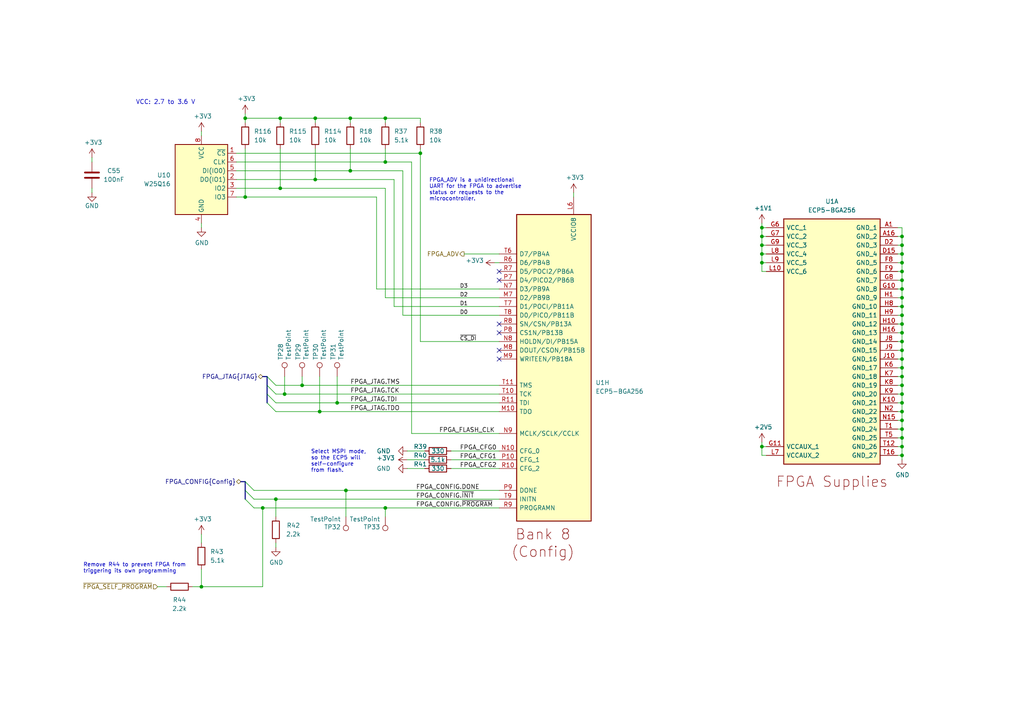
<source format=kicad_sch>
(kicad_sch (version 20230121) (generator eeschema)
  (paper "A4")
  (title_block (title "URTI Mainboard") (date "${DATE}") (rev "${VERSION}") (company "Copyright 2023 Great Scott Gadgets") (comment 1 "Licensed under the CERN-OHL-P v2"))
  (lib_symbols
    (symbol "Connector:TestPoint" (pin_numbers hide) (pin_names (offset 0.762) hide)
      (property "Reference" "TP" (at 0 6.858 0))
      (property "Value" "TestPoint" (at 0 5.08 0))
      (symbol "TestPoint_0_1"
        (circle (center 0 3.302) (radius 0.762))
      )
      (symbol "TestPoint_1_1"
        (pin passive line (at 0 0 90) (length 2.54) (name "1") (number "1"))
      )
    )
    (symbol "Device:C" (pin_numbers hide) (pin_names (offset 0.254))
      (property "Reference" "C" (at 0.635 2.54 0))
      (property "Value" "C" (at 0.635 -2.54 0))
      (symbol "C_0_1"
        (polyline (pts (xy -2.032 -0.762) (xy 2.032 -0.762)) (stroke (width 0.508)))
        (polyline (pts (xy -2.032 0.762) (xy 2.032 0.762)) (stroke (width 0.508)))
      )
      (symbol "C_1_1"
        (pin passive line (at 0 3.81 270) (length 2.794) (name "~") (number "1"))
        (pin passive line (at 0 -3.81 90) (length 2.794) (name "~") (number "2"))
      )
    )
    (symbol "Device:R" (pin_numbers hide) (pin_names (offset 0))
      (property "Reference" "R" (at 2.032 0 90))
      (property "Value" "R" (at 0 0 90))
      (symbol "R_0_1"
        (rectangle (start -1.016 -2.54) (end 1.016 2.54) (stroke (width 0.254)))
      )
      (symbol "R_1_1"
        (pin passive line (at 0 3.81 270) (length 1.27) (name "~") (number "1"))
        (pin passive line (at 0 -3.81 90) (length 1.27) (name "~") (number "2"))
      )
    )
    (symbol "Memory_Flash:W25Q32JVSS"
      (property "Reference" "U" (at -6.35 11.43 0))
      (property "Value" "W25Q32JVSS" (at 7.62 11.43 0))
      (symbol "W25Q32JVSS_0_1"
        (rectangle (start -7.62 10.16) (end 7.62 -10.16) (stroke (width 0.254)) (fill (type background)))
      )
      (symbol "W25Q32JVSS_1_1"
        (pin input line (at -10.16 7.62 0) (length 2.54) (name "~{CS}") (number "1"))
        (pin bidirectional line (at -10.16 0 0) (length 2.54) (name "DO(IO1)") (number "2"))
        (pin bidirectional line (at -10.16 -2.54 0) (length 2.54) (name "IO2") (number "3"))
        (pin power_in line (at 0 -12.7 90) (length 2.54) (name "GND") (number "4"))
        (pin bidirectional line (at -10.16 2.54 0) (length 2.54) (name "DI(IO0)") (number "5"))
        (pin input line (at -10.16 5.08 0) (length 2.54) (name "CLK") (number "6"))
        (pin bidirectional line (at -10.16 -5.08 0) (length 2.54) (name "IO3") (number "7"))
        (pin power_in line (at 0 12.7 270) (length 2.54) (name "VCC") (number "8"))
      )
    )
    (symbol "fpgas_and_processors:ECP5-BGA256" (pin_names (offset 0.762))
      (property "Reference" "U" (at -2.54 1.27 0))
      (property "Value" "ECP5-BGA256" (at 10.16 1.27 0))
      (symbol "ECP5-BGA256_1_0"
        (rectangle (start 5.08 0) (end 33.02 -71.12) (stroke (width 0.3048)) (fill (type background)))
      )
      (symbol "ECP5-BGA256_1_1"
        (text "FPGA Supplies" (at 19.05 -76.2 0) (effects (font (size 2.9972 2.9972))))
        (pin power_in line (at 38.1 -2.54 180) (length 5.08) (name "GND_1") (number "A1"))
        (pin power_in line (at 38.1 -5.08 180) (length 5.08) (name "GND_2") (number "A16"))
        (pin power_in line (at 38.1 -10.16 180) (length 5.08) (name "GND_4") (number "D15"))
        (pin power_in line (at 38.1 -7.62 180) (length 5.08) (name "GND_3") (number "D2"))
        (pin power_in line (at 38.1 -12.7 180) (length 5.08) (name "GND_5") (number "F8"))
        (pin power_in line (at 38.1 -15.24 180) (length 5.08) (name "GND_6") (number "F9"))
        (pin power_in line (at 38.1 -20.32 180) (length 5.08) (name "GND_8") (number "G10"))
        (pin power_in line (at 0 -66.04 0) (length 5.08) (name "VCCAUX_1") (number "G11"))
        (pin power_in line (at 0 -2.54 0) (length 5.08) (name "VCC_1") (number "G6"))
        (pin power_in line (at 0 -5.08 0) (length 5.08) (name "VCC_2") (number "G7"))
        (pin power_in line (at 38.1 -17.78 180) (length 5.08) (name "GND_7") (number "G8"))
        (pin power_in line (at 0 -7.62 0) (length 5.08) (name "VCC_3") (number "G9"))
        (pin power_in line (at 38.1 -22.86 180) (length 5.08) (name "GND_9") (number "H1"))
        (pin power_in line (at 38.1 -30.48 180) (length 5.08) (name "GND_12") (number "H10"))
        (pin power_in line (at 38.1 -33.02 180) (length 5.08) (name "GND_13") (number "H16"))
        (pin power_in line (at 38.1 -25.4 180) (length 5.08) (name "GND_10") (number "H8"))
        (pin power_in line (at 38.1 -27.94 180) (length 5.08) (name "GND_11") (number "H9"))
        (pin power_in line (at 38.1 -40.64 180) (length 5.08) (name "GND_16") (number "J10"))
        (pin power_in line (at 38.1 -35.56 180) (length 5.08) (name "GND_14") (number "J8"))
        (pin power_in line (at 38.1 -38.1 180) (length 5.08) (name "GND_15") (number "J9"))
        (pin power_in line (at 38.1 -53.34 180) (length 5.08) (name "GND_21") (number "K10"))
        (pin power_in line (at 38.1 -43.18 180) (length 5.08) (name "GND_17") (number "K6"))
        (pin power_in line (at 38.1 -45.72 180) (length 5.08) (name "GND_18") (number "K7"))
        (pin power_in line (at 38.1 -48.26 180) (length 5.08) (name "GND_19") (number "K8"))
        (pin power_in line (at 38.1 -50.8 180) (length 5.08) (name "GND_20") (number "K9"))
        (pin power_in line (at 0 -15.24 0) (length 5.08) (name "VCC_6") (number "L10"))
        (pin power_in line (at 0 -68.58 0) (length 5.08) (name "VCCAUX_2") (number "L7"))
        (pin power_in line (at 0 -10.16 0) (length 5.08) (name "VCC_4") (number "L8"))
        (pin power_in line (at 0 -12.7 0) (length 5.08) (name "VCC_5") (number "L9"))
        (pin power_in line (at 38.1 -58.42 180) (length 5.08) (name "GND_23") (number "N15"))
        (pin power_in line (at 38.1 -55.88 180) (length 5.08) (name "GND_22") (number "N2"))
        (pin power_in line (at 38.1 -60.96 180) (length 5.08) (name "GND_24") (number "T1"))
        (pin power_in line (at 38.1 -66.04 180) (length 5.08) (name "GND_26") (number "T12"))
        (pin power_in line (at 38.1 -68.58 180) (length 5.08) (name "GND_27") (number "T16"))
        (pin power_in line (at 38.1 -63.5 180) (length 5.08) (name "GND_25") (number "T5"))
      )
      (symbol "ECP5-BGA256_2_1"
        (rectangle (start 0 0) (end 19.05 -74.93) (stroke (width 0.3048)) (fill (type background)))
        (text "Bank 0" (at 10.16 -78.74 0) (effects (font (size 2.9972 2.9972))))
        (pin bidirectional line (at 24.13 -11.43 180) (length 5.08) (name "PT4A") (number "A2"))
        (pin bidirectional line (at 24.13 -16.51 180) (length 5.08) (name "PT6A") (number "A3"))
        (pin bidirectional line (at 24.13 -19.05 180) (length 5.08) (name "PT6B") (number "A4"))
        (pin bidirectional line (at 24.13 -43.18 180) (length 5.08) (name "PT18A") (number "A5"))
        (pin bidirectional line (at 24.13 -45.72 180) (length 5.08) (name "PT18B") (number "A6"))
        (pin bidirectional line (at 24.13 -68.58 180) (length 5.08) (name "PT29A") (number "A7"))
        (pin bidirectional line (at 24.13 -71.12 180) (length 5.08) (name "PT29B") (number "A8"))
        (pin bidirectional line (at 24.13 -13.97 180) (length 5.08) (name "PT4B") (number "B3"))
        (pin bidirectional line (at 24.13 -29.21 180) (length 5.08) (name "PT11B") (number "B4"))
        (pin bidirectional line (at 24.13 -39.37 180) (length 5.08) (name "PT15B") (number "B5"))
        (pin bidirectional line (at 24.13 -55.88 180) (length 5.08) (name "PT22B") (number "B6"))
        (pin bidirectional line (at 24.13 -66.04 180) (length 5.08) (name "PT27B") (number "B7"))
        (pin bidirectional line (at 24.13 -26.67 180) (length 5.08) (name "PT11A") (number "C4"))
        (pin bidirectional line (at 24.13 -36.83 180) (length 5.08) (name "PT15A") (number "C5"))
        (pin bidirectional line (at 24.13 -53.34 180) (length 5.08) (name "PT22A") (number "C6"))
        (pin bidirectional line (at 24.13 -63.5 180) (length 5.08) (name "PT27A") (number "C7"))
        (pin bidirectional line (at 24.13 -24.13 180) (length 5.08) (name "PT9B") (number "D4"))
        (pin bidirectional line (at 24.13 -34.29 180) (length 5.08) (name "PT13B") (number "D5"))
        (pin bidirectional line (at 24.13 -50.8 180) (length 5.08) (name "PT20B") (number "D6"))
        (pin bidirectional line (at 24.13 -60.96 180) (length 5.08) (name "PT24B") (number "D7"))
        (pin bidirectional line (at 24.13 -21.59 180) (length 5.08) (name "PT9A") (number "E4"))
        (pin bidirectional line (at 24.13 -31.75 180) (length 5.08) (name "PT13A") (number "E5"))
        (pin bidirectional line (at 24.13 -48.26 180) (length 5.08) (name "PT20A") (number "E6"))
        (pin bidirectional line (at 24.13 -58.42 180) (length 5.08) (name "PT24A") (number "E7"))
        (pin power_in line (at 7.62 5.08 270) (length 5.08) (name "VCCIO0_1") (number "F6"))
        (pin power_in line (at 5.08 5.08 270) (length 5.08) (name "VCCIO0_2") (number "F7"))
      )
      (symbol "ECP5-BGA256_3_0"
        (rectangle (start 0 0) (end 21.59 -93.98) (stroke (width 0.3048)) (fill (type background)))
      )
      (symbol "ECP5-BGA256_3_1"
        (text "Bank 1" (at 8.89 -96.52 0) (effects (font (size 2.9972 2.9972))))
        (pin bidirectional line (at 26.67 -34.29 180) (length 5.08) (name "PT42B") (number "A10"))
        (pin bidirectional line (at 26.67 -57.15 180) (length 5.08) (name "PT53A") (number "A11"))
        (pin bidirectional line (at 26.67 -59.69 180) (length 5.08) (name "PT53B") (number "A12"))
        (pin bidirectional line (at 26.67 -82.55 180) (length 5.08) (name "PT65A") (number "A13"))
        (pin bidirectional line (at 26.67 -85.09 180) (length 5.08) (name "PT65B") (number "A14"))
        (pin bidirectional line (at 26.67 -90.17 180) (length 5.08) (name "PT67B") (number "A15"))
        (pin bidirectional line (at 26.67 -31.75 180) (length 5.08) (name "PT42A") (number "A9"))
        (pin bidirectional line (at 26.67 -36.83 180) (length 5.08) (name "PT44A") (number "B10"))
        (pin bidirectional line (at 26.67 -46.99 180) (length 5.08) (name "PT49A") (number "B11"))
        (pin bidirectional line (at 26.67 -62.23 180) (length 5.08) (name "PT56A") (number "B12"))
        (pin bidirectional line (at 26.67 -72.39 180) (length 5.08) (name "PT60A") (number "B13"))
        (pin bidirectional line (at 26.67 -87.63 180) (length 5.08) (name "PT67A") (number "B14"))
        (pin bidirectional line (at 26.67 -19.05 180) (length 5.08) (name "PT35B") (number "B8"))
        (pin bidirectional line (at 26.67 -21.59 180) (length 5.08) (name "PT38A") (number "B9"))
        (pin bidirectional line (at 26.67 -39.37 180) (length 5.08) (name "PT44B") (number "C10"))
        (pin bidirectional line (at 26.67 -49.53 180) (length 5.08) (name "PT49B") (number "C11"))
        (pin bidirectional line (at 26.67 -64.77 180) (length 5.08) (name "PT56B") (number "C12"))
        (pin bidirectional line (at 26.67 -74.93 180) (length 5.08) (name "PT60B") (number "C13"))
        (pin bidirectional line (at 26.67 -16.51 180) (length 5.08) (name "PT35A") (number "C8"))
        (pin bidirectional line (at 26.67 -24.13 180) (length 5.08) (name "PT38B") (number "C9"))
        (pin bidirectional line (at 26.67 -41.91 180) (length 5.08) (name "PT47A") (number "D10"))
        (pin bidirectional line (at 26.67 -52.07 180) (length 5.08) (name "PT51A") (number "D11"))
        (pin bidirectional line (at 26.67 -67.31 180) (length 5.08) (name "PT58A") (number "D12"))
        (pin bidirectional line (at 26.67 -77.47 180) (length 5.08) (name "PT62A") (number "D13"))
        (pin bidirectional line (at 26.67 -13.97 180) (length 5.08) (name "PT33B") (number "D8"))
        (pin bidirectional line (at 26.67 -26.67 180) (length 5.08) (name "PT40A") (number "D9"))
        (pin bidirectional line (at 26.67 -44.45 180) (length 5.08) (name "PT47B") (number "E10"))
        (pin bidirectional line (at 26.67 -54.61 180) (length 5.08) (name "PT51B") (number "E11"))
        (pin bidirectional line (at 26.67 -69.85 180) (length 5.08) (name "PT58B") (number "E12"))
        (pin bidirectional line (at 26.67 -80.01 180) (length 5.08) (name "PT62B") (number "E13"))
        (pin bidirectional line (at 26.67 -11.43 180) (length 5.08) (name "PT33A") (number "E8"))
        (pin bidirectional line (at 26.67 -29.21 180) (length 5.08) (name "PT40B") (number "E9"))
        (pin power_in line (at 6.35 5.08 270) (length 5.08) (name "VCCIO1_1") (number "F10"))
        (pin power_in line (at 3.81 5.08 270) (length 5.08) (name "VCCIO1_2") (number "F11"))
      )
      (symbol "ECP5-BGA256_4_1"
        (rectangle (start 0 0) (end 19.05 -93.98) (stroke (width 0.3048)) (fill (type background)))
        (text "Bank 2" (at 10.16 -97.79 0) (effects (font (size 2.9972 2.9972))))
        (pin bidirectional line (at 24.13 -13.97 180) (length 5.08) (name "PR2B") (number "B15"))
        (pin bidirectional line (at 24.13 -11.43 180) (length 5.08) (name "PR2A") (number "B16"))
        (pin bidirectional line (at 24.13 -16.51 180) (length 5.08) (name "PR2C") (number "C14"))
        (pin bidirectional line (at 24.13 -24.13 180) (length 5.08) (name "PR5B") (number "C15"))
        (pin bidirectional line (at 24.13 -21.59 180) (length 5.08) (name "PR5A") (number "C16"))
        (pin bidirectional line (at 24.13 -19.05 180) (length 5.08) (name "PR2D") (number "D14"))
        (pin bidirectional line (at 24.13 -31.75 180) (length 5.08) (name "PR8A") (number "D16"))
        (pin bidirectional line (at 24.13 -26.67 180) (length 5.08) (name "PR5C") (number "E14"))
        (pin bidirectional line (at 24.13 -34.29 180) (length 5.08) (name "PR8B") (number "E15"))
        (pin bidirectional line (at 24.13 -49.53 180) (length 5.08) (name "PR11D") (number "E16"))
        (pin bidirectional line (at 24.13 -39.37 180) (length 5.08) (name "PR8D") (number "F12"))
        (pin bidirectional line (at 24.13 -36.83 180) (length 5.08) (name "PR8C") (number "F13"))
        (pin bidirectional line (at 24.13 -29.21 180) (length 5.08) (name "PR5D") (number "F14"))
        (pin bidirectional line (at 24.13 -46.99 180) (length 5.08) (name "PR11C") (number "F15"))
        (pin bidirectional line (at 24.13 -52.07 180) (length 5.08) (name "PR14A") (number "F16"))
        (pin bidirectional line (at 24.13 -41.91 180) (length 5.08) (name "PR11A") (number "G12"))
        (pin bidirectional line (at 24.13 -44.45 180) (length 5.08) (name "PR11B") (number "G13"))
        (pin bidirectional line (at 24.13 -57.15 180) (length 5.08) (name "PR14C") (number "G14"))
        (pin bidirectional line (at 24.13 -54.61 180) (length 5.08) (name "PR14B") (number "G15"))
        (pin bidirectional line (at 24.13 -72.39 180) (length 5.08) (name "PR20A") (number "G16"))
        (pin power_in line (at 3.81 5.08 270) (length 5.08) (name "VCCIO2_1") (number "H11"))
        (pin bidirectional line (at 24.13 -62.23 180) (length 5.08) (name "PR17A") (number "H12"))
        (pin bidirectional line (at 24.13 -64.77 180) (length 5.08) (name "PR17B") (number "H13"))
        (pin bidirectional line (at 24.13 -59.69 180) (length 5.08) (name "PR14D") (number "H14"))
        (pin bidirectional line (at 24.13 -74.93 180) (length 5.08) (name "PR20B") (number "H15"))
        (pin power_in line (at 6.35 5.08 270) (length 5.08) (name "VCCIO2_2") (number "J11"))
        (pin bidirectional line (at 24.13 -69.85 180) (length 5.08) (name "PR17D") (number "J12"))
        (pin bidirectional line (at 24.13 -67.31 180) (length 5.08) (name "PR17C") (number "J13"))
        (pin bidirectional line (at 24.13 -77.47 180) (length 5.08) (name "PR20C") (number "J14"))
        (pin bidirectional line (at 24.13 -85.09 180) (length 5.08) (name "PR23B") (number "J15"))
        (pin bidirectional line (at 24.13 -82.55 180) (length 5.08) (name "PR23A") (number "J16"))
        (pin bidirectional line (at 24.13 -80.01 180) (length 5.08) (name "PR20D") (number "K14"))
        (pin bidirectional line (at 24.13 -90.17 180) (length 5.08) (name "PR23D") (number "K15"))
        (pin bidirectional line (at 24.13 -87.63 180) (length 5.08) (name "PR23C") (number "K16"))
      )
      (symbol "ECP5-BGA256_5_0"
        (rectangle (start 0 0) (end 20.32 -91.44) (stroke (width 0.3048)) (fill (type background)))
      )
      (symbol "ECP5-BGA256_5_1"
        (text "Bank 3" (at 15.24 -96.52 0) (effects (font (size 2.9972 2.9972))))
        (pin power_in line (at 3.81 5.08 270) (length 5.08) (name "VCCIO3_1") (number "K11"))
        (pin bidirectional line (at 25.4 -22.86 180) (length 5.08) (name "PR29B") (number "K12"))
        (pin bidirectional line (at 25.4 -20.32 180) (length 5.08) (name "PR29A") (number "K13"))
        (pin power_in line (at 6.35 5.08 270) (length 5.08) (name "VCCIO3_2") (number "L11"))
        (pin bidirectional line (at 25.4 -27.94 180) (length 5.08) (name "PR29D") (number "L12"))
        (pin bidirectional line (at 25.4 -25.4 180) (length 5.08) (name "PR29C") (number "L13"))
        (pin bidirectional line (at 25.4 -35.56 180) (length 5.08) (name "PR32C") (number "L14"))
        (pin bidirectional line (at 25.4 -12.7 180) (length 5.08) (name "PR26B") (number "L15"))
        (pin bidirectional line (at 25.4 -10.16 180) (length 5.08) (name "PR26A") (number "L16"))
        (pin bidirectional line (at 25.4 -81.28 180) (length 5.08) (name "PR47A") (number "M11"))
        (pin bidirectional line (at 25.4 -76.2 180) (length 5.08) (name "PR44C") (number "M12"))
        (pin bidirectional line (at 25.4 -45.72 180) (length 5.08) (name "PR35C") (number "M13"))
        (pin bidirectional line (at 25.4 -38.1 180) (length 5.08) (name "PR32D") (number "M14"))
        (pin bidirectional line (at 25.4 -17.78 180) (length 5.08) (name "PR26D") (number "M15"))
        (pin bidirectional line (at 25.4 -15.24 180) (length 5.08) (name "PR26C") (number "M16"))
        (pin bidirectional line (at 25.4 -83.82 180) (length 5.08) (name "PR47B") (number "N11"))
        (pin bidirectional line (at 25.4 -78.74 180) (length 5.08) (name "PR44D") (number "N12"))
        (pin bidirectional line (at 25.4 -50.8 180) (length 5.08) (name "PR38A") (number "N13"))
        (pin bidirectional line (at 25.4 -48.26 180) (length 5.08) (name "PR35D") (number "N14"))
        (pin bidirectional line (at 25.4 -30.48 180) (length 5.08) (name "PR32A") (number "N16"))
        (pin bidirectional line (at 25.4 -86.36 180) (length 5.08) (name "PR47C") (number "P11"))
        (pin bidirectional line (at 25.4 -88.9 180) (length 5.08) (name "PR47D") (number "P12"))
        (pin bidirectional line (at 25.4 -60.96 180) (length 5.08) (name "PR41A") (number "P13"))
        (pin bidirectional line (at 25.4 -53.34 180) (length 5.08) (name "PR38B") (number "P14"))
        (pin bidirectional line (at 25.4 -33.02 180) (length 5.08) (name "PR32B") (number "P15"))
        (pin bidirectional line (at 25.4 -40.64 180) (length 5.08) (name "PR35A") (number "P16"))
        (pin bidirectional line (at 25.4 -71.12 180) (length 5.08) (name "PR44A") (number "R12"))
        (pin bidirectional line (at 25.4 -66.04 180) (length 5.08) (name "PR41C") (number "R13"))
        (pin bidirectional line (at 25.4 -63.5 180) (length 5.08) (name "PR41B") (number "R14"))
        (pin bidirectional line (at 25.4 -55.88 180) (length 5.08) (name "PR38C") (number "R15"))
        (pin bidirectional line (at 25.4 -43.18 180) (length 5.08) (name "PR35B") (number "R16"))
        (pin bidirectional line (at 25.4 -73.66 180) (length 5.08) (name "PR44B") (number "T13"))
        (pin bidirectional line (at 25.4 -68.58 180) (length 5.08) (name "PR41D") (number "T14"))
        (pin bidirectional line (at 25.4 -58.42 180) (length 5.08) (name "PR38D") (number "T15"))
      )
      (symbol "ECP5-BGA256_6_1"
        (rectangle (start 0 0) (end 19.05 -106.68) (stroke (width 0.3048)) (fill (type background)))
        (text "Bank 6" (at 11.43 -110.49 0) (effects (font (size 2.9972 2.9972))))
        (pin power_in line (at 3.81 5.08 270) (length 5.08) (name "VCCIO6_1") (number "J6"))
        (pin power_in line (at 6.35 5.08 270) (length 5.08) (name "VCCIO6_2") (number "J7"))
        (pin bidirectional line (at 24.13 -25.4 180) (length 5.08) (name "PL29A") (number "K4"))
        (pin bidirectional line (at 24.13 -27.94 180) (length 5.08) (name "PL29B") (number "K5"))
        (pin bidirectional line (at 24.13 -13.97 180) (length 5.08) (name "PL26A") (number "L1"))
        (pin bidirectional line (at 24.13 -16.51 180) (length 5.08) (name "PL26B") (number "L2"))
        (pin bidirectional line (at 24.13 -41.91 180) (length 5.08) (name "PL32C") (number "L3"))
        (pin bidirectional line (at 24.13 -30.48 180) (length 5.08) (name "PL29C") (number "L4"))
        (pin bidirectional line (at 24.13 -33.02 180) (length 5.08) (name "PL29D") (number "L5"))
        (pin bidirectional line (at 24.13 -19.05 180) (length 5.08) (name "PL26C") (number "M1"))
        (pin bidirectional line (at 24.13 -21.59 180) (length 5.08) (name "PL26D") (number "M2"))
        (pin bidirectional line (at 24.13 -44.45 180) (length 5.08) (name "PL32D") (number "M3"))
        (pin bidirectional line (at 24.13 -53.34 180) (length 5.08) (name "PL35C") (number "M4"))
        (pin bidirectional line (at 24.13 -78.74 180) (length 5.08) (name "PL44C") (number "M5"))
        (pin bidirectional line (at 24.13 -96.52 180) (length 5.08) (name "PL47A") (number "M6"))
        (pin bidirectional line (at 24.13 -36.83 180) (length 5.08) (name "PL32A") (number "N1"))
        (pin bidirectional line (at 24.13 -55.88 180) (length 5.08) (name "PL35D") (number "N3"))
        (pin bidirectional line (at 24.13 -60.96 180) (length 5.08) (name "PL38A") (number "N4"))
        (pin bidirectional line (at 24.13 -81.28 180) (length 5.08) (name "PL44D") (number "N5"))
        (pin bidirectional line (at 24.13 -99.06 180) (length 5.08) (name "PL47B") (number "N6"))
        (pin bidirectional line (at 24.13 -48.26 180) (length 5.08) (name "PL35A") (number "P1"))
        (pin bidirectional line (at 24.13 -39.37 180) (length 5.08) (name "PL32B") (number "P2"))
        (pin bidirectional line (at 24.13 -63.5 180) (length 5.08) (name "PL38B") (number "P3"))
        (pin bidirectional line (at 24.13 -85.09 180) (length 5.08) (name "PL41A") (number "P4"))
        (pin bidirectional line (at 24.13 -101.6 180) (length 5.08) (name "PL47D") (number "P5"))
        (pin bidirectional line (at 24.13 -104.14 180) (length 5.08) (name "PL47C") (number "P6"))
        (pin bidirectional line (at 24.13 -50.8 180) (length 5.08) (name "PL35B") (number "R1"))
        (pin bidirectional line (at 24.13 -66.04 180) (length 5.08) (name "PL38C") (number "R2"))
        (pin bidirectional line (at 24.13 -87.63 180) (length 5.08) (name "PL41B") (number "R3"))
        (pin bidirectional line (at 24.13 -90.17 180) (length 5.08) (name "PL41C") (number "R4"))
        (pin bidirectional line (at 24.13 -73.66 180) (length 5.08) (name "PL44A") (number "R5"))
        (pin bidirectional line (at 24.13 -68.58 180) (length 5.08) (name "PL38D") (number "T2"))
        (pin bidirectional line (at 24.13 -92.71 180) (length 5.08) (name "PL41D") (number "T3"))
        (pin bidirectional line (at 24.13 -76.2 180) (length 5.08) (name "PL44B") (number "T4"))
      )
      (symbol "ECP5-BGA256_7_1"
        (rectangle (start 0 0) (end 20.32 -109.22) (stroke (width 0.3048)) (fill (type background)))
        (text "Bank 7" (at 12.7 -113.03 0) (effects (font (size 2.9972 2.9972))))
        (pin bidirectional line (at 25.4 -10.16 180) (length 5.08) (name "PL2A") (number "B1"))
        (pin bidirectional line (at 25.4 -12.7 180) (length 5.08) (name "PL2B") (number "B2"))
        (pin bidirectional line (at 25.4 -22.86 180) (length 5.08) (name "PL5A") (number "C1"))
        (pin bidirectional line (at 25.4 -25.4 180) (length 5.08) (name "PL5B") (number "C2"))
        (pin bidirectional line (at 25.4 -15.24 180) (length 5.08) (name "PL2C") (number "C3"))
        (pin bidirectional line (at 25.4 -35.56 180) (length 5.08) (name "PL8A") (number "D1"))
        (pin bidirectional line (at 25.4 -17.78 180) (length 5.08) (name "PL2D") (number "D3"))
        (pin bidirectional line (at 25.4 -54.61 180) (length 5.08) (name "PL11D") (number "E1"))
        (pin bidirectional line (at 25.4 -38.1 180) (length 5.08) (name "PL8B") (number "E2"))
        (pin bidirectional line (at 25.4 -27.94 180) (length 5.08) (name "PL5C") (number "E3"))
        (pin bidirectional line (at 25.4 -59.69 180) (length 5.08) (name "PL14A") (number "F1"))
        (pin bidirectional line (at 25.4 -52.07 180) (length 5.08) (name "PL11C") (number "F2"))
        (pin bidirectional line (at 25.4 -30.48 180) (length 5.08) (name "PL5D") (number "F3"))
        (pin bidirectional line (at 25.4 -40.64 180) (length 5.08) (name "PL8C") (number "F4"))
        (pin bidirectional line (at 25.4 -43.18 180) (length 5.08) (name "PL8D") (number "F5"))
        (pin bidirectional line (at 25.4 -82.55 180) (length 5.08) (name "PL20A") (number "G1"))
        (pin bidirectional line (at 25.4 -62.23 180) (length 5.08) (name "PL14B") (number "G2"))
        (pin bidirectional line (at 25.4 -64.77 180) (length 5.08) (name "PL14C") (number "G3"))
        (pin bidirectional line (at 25.4 -49.53 180) (length 5.08) (name "PL11B") (number "G4"))
        (pin bidirectional line (at 25.4 -46.99 180) (length 5.08) (name "PL11A") (number "G5"))
        (pin bidirectional line (at 25.4 -85.09 180) (length 5.08) (name "PL20B") (number "H2"))
        (pin bidirectional line (at 25.4 -67.31 180) (length 5.08) (name "PL14D") (number "H3"))
        (pin bidirectional line (at 25.4 -73.66 180) (length 5.08) (name "PL17B") (number "H4"))
        (pin bidirectional line (at 25.4 -71.12 180) (length 5.08) (name "PL17A") (number "H5"))
        (pin power_in line (at 7.62 5.08 270) (length 5.08) (name "VCCIO7_1") (number "H6"))
        (pin power_in line (at 5.08 5.08 270) (length 5.08) (name "VCCIO7_2") (number "H7"))
        (pin bidirectional line (at 25.4 -95.25 180) (length 5.08) (name "PL23A") (number "J1"))
        (pin bidirectional line (at 25.4 -97.79 180) (length 5.08) (name "PL23B") (number "J2"))
        (pin bidirectional line (at 25.4 -87.63 180) (length 5.08) (name "PL20C") (number "J3"))
        (pin bidirectional line (at 25.4 -76.2 180) (length 5.08) (name "PL17C") (number "J4"))
        (pin bidirectional line (at 25.4 -78.74 180) (length 5.08) (name "PL17D") (number "J5"))
        (pin bidirectional line (at 25.4 -100.33 180) (length 5.08) (name "PL23C") (number "K1"))
        (pin bidirectional line (at 25.4 -102.87 180) (length 5.08) (name "PL23D") (number "K2"))
        (pin bidirectional line (at 25.4 -90.17 180) (length 5.08) (name "PL20D") (number "K3"))
      )
      (symbol "ECP5-BGA256_8_0"
        (text "(Config)" (at 13.97 -97.79 0) (effects (font (size 2.9972 2.9972))))
        (text "Bank 8" (at 13.97 -92.71 0) (effects (font (size 2.9972 2.9972))))
      )
      (symbol "ECP5-BGA256_8_1"
        (rectangle (start 0 0) (end 21.59 -88.9) (stroke (width 0.3048)) (fill (type background)))
        (pin power_in line (at 5.08 5.08 270) (length 5.08) (name "VCCIO8") (number "L6"))
        (pin output line (at 26.67 -57.15 180) (length 5.08) (name "TDO") (number "M10"))
        (pin bidirectional line (at 26.67 -24.13 180) (length 5.08) (name "D2/PB9B") (number "M7"))
        (pin bidirectional line (at 26.67 -39.37 180) (length 5.08) (name "DOUT/CSON/PB15B") (number "M8"))
        (pin bidirectional line (at 26.67 -41.91 180) (length 5.08) (name "WRITEEN/PB18A") (number "M9"))
        (pin input line (at 26.67 -68.58 180) (length 5.08) (name "CFG_0") (number "N10"))
        (pin bidirectional line (at 26.67 -21.59 180) (length 5.08) (name "D3/PB9A") (number "N7"))
        (pin bidirectional line (at 26.67 -36.83 180) (length 5.08) (name "HOLDN/DI/PB15A") (number "N8"))
        (pin bidirectional line (at 26.67 -63.5 180) (length 5.08) (name "MCLK/SCLK/CCLK") (number "N9"))
        (pin input line (at 26.67 -71.12 180) (length 5.08) (name "CFG_1") (number "P10"))
        (pin bidirectional line (at 26.67 -19.05 180) (length 5.08) (name "D4/PICO2/PB6B") (number "P7"))
        (pin bidirectional line (at 26.67 -34.29 180) (length 5.08) (name "CS1N/PB13B") (number "P8"))
        (pin bidirectional line (at 26.67 -80.01 180) (length 5.08) (name "DONE") (number "P9"))
        (pin input line (at 26.67 -73.66 180) (length 5.08) (name "CFG_2") (number "R10"))
        (pin input line (at 26.67 -54.61 180) (length 5.08) (name "TDI") (number "R11"))
        (pin bidirectional line (at 26.67 -13.97 180) (length 5.08) (name "D6/PB4B") (number "R6"))
        (pin bidirectional line (at 26.67 -16.51 180) (length 5.08) (name "D5/POCI2/PB6A") (number "R7"))
        (pin bidirectional line (at 26.67 -31.75 180) (length 5.08) (name "SN/CSN/PB13A") (number "R8"))
        (pin bidirectional line (at 26.67 -85.09 180) (length 5.08) (name "PROGRAMN") (number "R9"))
        (pin input line (at 26.67 -52.07 180) (length 5.08) (name "TCK") (number "T10"))
        (pin input line (at 26.67 -49.53 180) (length 5.08) (name "TMS") (number "T11"))
        (pin bidirectional line (at 26.67 -11.43 180) (length 5.08) (name "D7/PB4A") (number "T6"))
        (pin bidirectional line (at 26.67 -26.67 180) (length 5.08) (name "D1/POCI/PB11A") (number "T7"))
        (pin bidirectional line (at 26.67 -29.21 180) (length 5.08) (name "D0/PICO/PB11B") (number "T8"))
        (pin bidirectional line (at 26.67 -82.55 180) (length 5.08) (name "INITN") (number "T9"))
      )
    )
    (symbol "power:+1V1" (power) (pin_names (offset 0))
      (property "Value" "+1V1" (at 0 3.556 0))
      (symbol "+1V1_0_1"
        (polyline (pts (xy -0.762 1.27) (xy 0 2.54)))
        (polyline (pts (xy 0 0) (xy 0 2.54)))
        (polyline (pts (xy 0 2.54) (xy 0.762 1.27)))
      )
      (symbol "+1V1_1_1"
        (pin power_in line (at 0 0 90) (length 0) hide (name "+1V1") (number "1"))
      )
    )
    (symbol "power:+2V5" (power) (pin_names (offset 0))
      (property "Value" "+2V5" (at 0 3.556 0))
      (symbol "+2V5_0_1"
        (polyline (pts (xy -0.762 1.27) (xy 0 2.54)))
        (polyline (pts (xy 0 0) (xy 0 2.54)))
        (polyline (pts (xy 0 2.54) (xy 0.762 1.27)))
      )
      (symbol "+2V5_1_1"
        (pin power_in line (at 0 0 90) (length 0) hide (name "+2V5") (number "1"))
      )
    )
    (symbol "power:+3V3" (power) (pin_names (offset 0))
      (property "Value" "+3V3" (at 0 3.556 0))
      (symbol "+3V3_0_1"
        (polyline (pts (xy -0.762 1.27) (xy 0 2.54)))
        (polyline (pts (xy 0 0) (xy 0 2.54)))
        (polyline (pts (xy 0 2.54) (xy 0.762 1.27)))
      )
      (symbol "+3V3_1_1"
        (pin power_in line (at 0 0 90) (length 0) hide (name "+3V3") (number "1"))
      )
    )
    (symbol "power:GND" (power) (pin_names (offset 0))
      (property "Value" "GND" (at 0 -3.81 0))
      (symbol "GND_0_1"
        (polyline (pts (xy 0 0) (xy 0 -1.27) (xy 1.27 -1.27) (xy 0 -2.54) (xy -1.27 -1.27) (xy 0 -1.27)))
      )
      (symbol "GND_1_1"
        (pin power_in line (at 0 0 270) (length 0) hide (name "GND") (number "1"))
      )
    )
  )
  (bus_alias "Config" (members "DONE" "~{INIT}" "~{PROGRAM}"))
  (junction (at 220.98 76.2))
  (junction (at 81.28 54.61))
  (junction (at 261.62 111.76))
  (junction (at 261.62 132.08))
  (junction (at 261.62 124.46))
  (junction (at 261.62 119.38))
  (junction (at 71.12 34.29))
  (junction (at 80.01 144.78))
  (junction (at 97.79 116.84))
  (junction (at 111.76 34.29))
  (junction (at 261.62 109.22))
  (junction (at 91.44 34.29))
  (junction (at 261.62 86.36))
  (junction (at 87.63 111.76))
  (junction (at 92.71 119.38))
  (junction (at 261.62 91.44))
  (junction (at 111.76 147.32))
  (junction (at 76.2 147.32))
  (junction (at 220.98 129.54))
  (junction (at 261.62 129.54))
  (junction (at 220.98 71.12))
  (junction (at 71.12 57.15))
  (junction (at 261.62 76.2))
  (junction (at 100.33 142.24))
  (junction (at 121.92 44.45))
  (junction (at 101.6 49.53))
  (junction (at 91.44 52.07))
  (junction (at 261.62 101.6))
  (junction (at 261.62 99.06))
  (junction (at 261.62 96.52))
  (junction (at 261.62 71.12))
  (junction (at 220.98 68.58))
  (junction (at 81.28 34.29))
  (junction (at 111.76 46.99))
  (junction (at 261.62 83.82))
  (junction (at 58.42 170.18))
  (junction (at 261.62 68.58))
  (junction (at 261.62 93.98))
  (junction (at 261.62 78.74))
  (junction (at 261.62 106.68))
  (junction (at 261.62 88.9))
  (junction (at 261.62 121.92))
  (junction (at 261.62 81.28))
  (junction (at 101.6 34.29))
  (junction (at 261.62 127))
  (junction (at 261.62 73.66))
  (junction (at 261.62 114.3))
  (junction (at 82.55 114.3))
  (junction (at 220.98 73.66))
  (junction (at 261.62 104.14))
  (junction (at 220.98 66.04))
  (junction (at 261.62 116.84))
  (no_connect (at 144.78 96.52))
  (no_connect (at 144.78 93.98))
  (no_connect (at 144.78 81.28))
  (no_connect (at 144.78 101.6))
  (no_connect (at 144.78 104.14))
  (no_connect (at 144.78 78.74))
  (bus_entry (at 77.47 111.76) (size 2.54 2.54))
  (bus_entry (at 71.12 142.24) (size 2.54 2.54))
  (bus_entry (at 77.47 116.84) (size 2.54 2.54))
  (bus_entry (at 71.12 144.78) (size 2.54 2.54))
  (bus_entry (at 77.47 109.22) (size 2.54 2.54))
  (bus_entry (at 77.47 114.3) (size 2.54 2.54))
  (bus_entry (at 71.12 139.7) (size 2.54 2.54))
  (wire (pts (xy 111.76 147.32) (xy 144.78 147.32)))
  (wire (pts (xy 121.92 34.29) (xy 121.92 35.56)))
  (wire (pts (xy 261.62 91.44) (xy 261.62 93.98)))
  (wire (pts (xy 222.25 129.54) (xy 220.98 129.54)))
  (wire (pts (xy 130.81 130.81) (xy 144.78 130.81)))
  (wire (pts (xy 220.98 132.08) (xy 220.98 129.54)))
  (wire (pts (xy 260.35 127) (xy 261.62 127)))
  (wire (pts (xy 261.62 116.84) (xy 261.62 119.38)))
  (wire (pts (xy 87.63 109.22) (xy 87.63 111.76)))
  (wire (pts (xy 82.55 114.3) (xy 144.78 114.3)))
  (wire (pts (xy 260.35 106.68) (xy 261.62 106.68)))
  (wire (pts (xy 109.22 83.82) (xy 109.22 57.15)))
  (wire (pts (xy 116.84 91.44) (xy 144.78 91.44)))
  (wire (pts (xy 260.35 76.2) (xy 261.62 76.2)))
  (wire (pts (xy 220.98 73.66) (xy 220.98 76.2)))
  (wire (pts (xy 260.35 109.22) (xy 261.62 109.22)))
  (wire (pts (xy 220.98 71.12) (xy 220.98 73.66)))
  (wire (pts (xy 222.25 71.12) (xy 220.98 71.12)))
  (wire (pts (xy 261.62 73.66) (xy 261.62 76.2)))
  (wire (pts (xy 261.62 88.9) (xy 261.62 91.44)))
  (bus (pts (xy 76.2 109.22) (xy 77.47 109.22)))
  (wire (pts (xy 71.12 57.15) (xy 68.58 57.15)))
  (wire (pts (xy 118.11 133.35) (xy 123.19 133.35)))
  (wire (pts (xy 166.37 57.15) (xy 166.37 55.88)))
  (wire (pts (xy 220.98 76.2) (xy 220.98 78.74)))
  (wire (pts (xy 81.28 34.29) (xy 81.28 35.56)))
  (wire (pts (xy 260.35 78.74) (xy 261.62 78.74)))
  (wire (pts (xy 111.76 34.29) (xy 101.6 34.29)))
  (wire (pts (xy 111.76 147.32) (xy 76.2 147.32)))
  (wire (pts (xy 80.01 144.78) (xy 73.66 144.78)))
  (wire (pts (xy 261.62 129.54) (xy 261.62 132.08)))
  (wire (pts (xy 26.67 46.99) (xy 26.67 45.72)))
  (wire (pts (xy 121.92 43.18) (xy 121.92 44.45)))
  (wire (pts (xy 260.35 93.98) (xy 261.62 93.98)))
  (wire (pts (xy 119.38 46.99) (xy 119.38 125.73)))
  (wire (pts (xy 261.62 104.14) (xy 261.62 106.68)))
  (wire (pts (xy 222.25 76.2) (xy 220.98 76.2)))
  (wire (pts (xy 101.6 49.53) (xy 116.84 49.53)))
  (wire (pts (xy 68.58 44.45) (xy 121.92 44.45)))
  (wire (pts (xy 68.58 54.61) (xy 81.28 54.61)))
  (wire (pts (xy 68.58 49.53) (xy 101.6 49.53)))
  (wire (pts (xy 100.33 142.24) (xy 144.78 142.24)))
  (wire (pts (xy 260.35 68.58) (xy 261.62 68.58)))
  (wire (pts (xy 118.11 135.89) (xy 123.19 135.89)))
  (wire (pts (xy 144.78 144.78) (xy 80.01 144.78)))
  (wire (pts (xy 261.62 127) (xy 261.62 129.54)))
  (wire (pts (xy 121.92 34.29) (xy 111.76 34.29)))
  (wire (pts (xy 111.76 46.99) (xy 119.38 46.99)))
  (wire (pts (xy 111.76 43.18) (xy 111.76 46.99)))
  (wire (pts (xy 222.25 66.04) (xy 220.98 66.04)))
  (wire (pts (xy 144.78 125.73) (xy 119.38 125.73)))
  (wire (pts (xy 260.35 101.6) (xy 261.62 101.6)))
  (wire (pts (xy 76.2 147.32) (xy 73.66 147.32)))
  (wire (pts (xy 260.35 104.14) (xy 261.62 104.14)))
  (wire (pts (xy 97.79 109.22) (xy 97.79 116.84)))
  (wire (pts (xy 58.42 154.94) (xy 58.42 157.48)))
  (wire (pts (xy 220.98 64.77) (xy 220.98 66.04)))
  (wire (pts (xy 55.88 170.18) (xy 58.42 170.18)))
  (wire (pts (xy 58.42 64.77) (xy 58.42 66.04)))
  (wire (pts (xy 100.33 142.24) (xy 73.66 142.24)))
  (wire (pts (xy 260.35 99.06) (xy 261.62 99.06)))
  (wire (pts (xy 222.25 68.58) (xy 220.98 68.58)))
  (wire (pts (xy 121.92 99.06) (xy 144.78 99.06)))
  (wire (pts (xy 261.62 121.92) (xy 261.62 124.46)))
  (bus (pts (xy 69.85 139.7) (xy 71.12 139.7)))
  (wire (pts (xy 81.28 34.29) (xy 71.12 34.29)))
  (wire (pts (xy 261.62 119.38) (xy 261.62 121.92)))
  (wire (pts (xy 45.72 170.18) (xy 48.26 170.18)))
  (wire (pts (xy 261.62 68.58) (xy 261.62 71.12)))
  (wire (pts (xy 81.28 54.61) (xy 111.76 54.61)))
  (wire (pts (xy 91.44 34.29) (xy 81.28 34.29)))
  (wire (pts (xy 261.62 106.68) (xy 261.62 109.22)))
  (wire (pts (xy 101.6 43.18) (xy 101.6 49.53)))
  (wire (pts (xy 80.01 116.84) (xy 97.79 116.84)))
  (wire (pts (xy 260.35 71.12) (xy 261.62 71.12)))
  (wire (pts (xy 71.12 43.18) (xy 71.12 57.15)))
  (wire (pts (xy 261.62 83.82) (xy 261.62 86.36)))
  (wire (pts (xy 71.12 34.29) (xy 71.12 33.02)))
  (wire (pts (xy 260.35 114.3) (xy 261.62 114.3)))
  (wire (pts (xy 80.01 157.48) (xy 80.01 158.75)))
  (wire (pts (xy 58.42 170.18) (xy 58.42 165.1)))
  (wire (pts (xy 260.35 132.08) (xy 261.62 132.08)))
  (wire (pts (xy 220.98 68.58) (xy 220.98 71.12)))
  (wire (pts (xy 261.62 66.04) (xy 261.62 68.58)))
  (bus (pts (xy 71.12 142.24) (xy 71.12 144.78)))
  (wire (pts (xy 91.44 43.18) (xy 91.44 52.07)))
  (wire (pts (xy 260.35 96.52) (xy 261.62 96.52)))
  (wire (pts (xy 260.35 86.36) (xy 261.62 86.36)))
  (wire (pts (xy 261.62 76.2) (xy 261.62 78.74)))
  (wire (pts (xy 118.11 130.81) (xy 123.19 130.81)))
  (wire (pts (xy 143.51 76.2) (xy 144.78 76.2)))
  (wire (pts (xy 261.62 96.52) (xy 261.62 99.06)))
  (wire (pts (xy 260.35 116.84) (xy 261.62 116.84)))
  (wire (pts (xy 260.35 129.54) (xy 261.62 129.54)))
  (bus (pts (xy 71.12 139.7) (xy 71.12 142.24)))
  (wire (pts (xy 91.44 34.29) (xy 91.44 35.56)))
  (wire (pts (xy 261.62 81.28) (xy 261.62 83.82)))
  (wire (pts (xy 111.76 86.36) (xy 144.78 86.36)))
  (wire (pts (xy 130.81 133.35) (xy 144.78 133.35)))
  (wire (pts (xy 58.42 170.18) (xy 76.2 170.18)))
  (wire (pts (xy 220.98 128.27) (xy 220.98 129.54)))
  (wire (pts (xy 260.35 88.9) (xy 261.62 88.9)))
  (wire (pts (xy 222.25 73.66) (xy 220.98 73.66)))
  (wire (pts (xy 58.42 38.1) (xy 58.42 39.37)))
  (wire (pts (xy 261.62 114.3) (xy 261.62 116.84)))
  (wire (pts (xy 220.98 66.04) (xy 220.98 68.58)))
  (wire (pts (xy 121.92 44.45) (xy 121.92 99.06)))
  (wire (pts (xy 260.35 91.44) (xy 261.62 91.44)))
  (wire (pts (xy 144.78 83.82) (xy 109.22 83.82)))
  (bus (pts (xy 77.47 111.76) (xy 77.47 114.3)))
  (wire (pts (xy 261.62 109.22) (xy 261.62 111.76)))
  (wire (pts (xy 261.62 93.98) (xy 261.62 96.52)))
  (wire (pts (xy 260.35 81.28) (xy 261.62 81.28)))
  (wire (pts (xy 260.35 83.82) (xy 261.62 83.82)))
  (wire (pts (xy 116.84 49.53) (xy 116.84 91.44)))
  (wire (pts (xy 114.3 52.07) (xy 91.44 52.07)))
  (wire (pts (xy 130.81 135.89) (xy 144.78 135.89)))
  (wire (pts (xy 97.79 116.84) (xy 144.78 116.84)))
  (wire (pts (xy 261.62 124.46) (xy 261.62 127)))
  (wire (pts (xy 114.3 88.9) (xy 144.78 88.9)))
  (wire (pts (xy 111.76 147.32) (xy 111.76 149.86)))
  (wire (pts (xy 101.6 34.29) (xy 101.6 35.56)))
  (wire (pts (xy 261.62 99.06) (xy 261.62 101.6)))
  (bus (pts (xy 77.47 114.3) (xy 77.47 116.84)))
  (wire (pts (xy 26.67 55.88) (xy 26.67 54.61)))
  (wire (pts (xy 91.44 52.07) (xy 68.58 52.07)))
  (wire (pts (xy 80.01 111.76) (xy 87.63 111.76)))
  (wire (pts (xy 260.35 119.38) (xy 261.62 119.38)))
  (wire (pts (xy 144.78 73.66) (xy 134.62 73.66)))
  (wire (pts (xy 68.58 46.99) (xy 111.76 46.99)))
  (wire (pts (xy 260.35 66.04) (xy 261.62 66.04)))
  (wire (pts (xy 76.2 170.18) (xy 76.2 147.32)))
  (wire (pts (xy 114.3 88.9) (xy 114.3 52.07)))
  (wire (pts (xy 260.35 121.92) (xy 261.62 121.92)))
  (wire (pts (xy 261.62 132.08) (xy 261.62 133.35)))
  (wire (pts (xy 222.25 132.08) (xy 220.98 132.08)))
  (wire (pts (xy 261.62 101.6) (xy 261.62 104.14)))
  (wire (pts (xy 92.71 109.22) (xy 92.71 119.38)))
  (wire (pts (xy 260.35 73.66) (xy 261.62 73.66)))
  (wire (pts (xy 87.63 111.76) (xy 144.78 111.76)))
  (wire (pts (xy 71.12 34.29) (xy 71.12 35.56)))
  (wire (pts (xy 82.55 109.22) (xy 82.55 114.3)))
  (wire (pts (xy 111.76 34.29) (xy 111.76 35.56)))
  (wire (pts (xy 92.71 119.38) (xy 144.78 119.38)))
  (bus (pts (xy 77.47 109.22) (xy 77.47 111.76)))
  (wire (pts (xy 260.35 111.76) (xy 261.62 111.76)))
  (wire (pts (xy 111.76 54.61) (xy 111.76 86.36)))
  (wire (pts (xy 260.35 124.46) (xy 261.62 124.46)))
  (wire (pts (xy 101.6 34.29) (xy 91.44 34.29)))
  (wire (pts (xy 100.33 142.24) (xy 100.33 149.86)))
  (wire (pts (xy 261.62 78.74) (xy 261.62 81.28)))
  (wire (pts (xy 261.62 71.12) (xy 261.62 73.66)))
  (wire (pts (xy 261.62 86.36) (xy 261.62 88.9)))
  (wire (pts (xy 220.98 78.74) (xy 222.25 78.74)))
  (wire (pts (xy 109.22 57.15) (xy 71.12 57.15)))
  (wire (pts (xy 81.28 43.18) (xy 81.28 54.61)))
  (wire (pts (xy 80.01 114.3) (xy 82.55 114.3)))
  (wire (pts (xy 80.01 119.38) (xy 92.71 119.38)))
  (wire (pts (xy 261.62 111.76) (xy 261.62 114.3)))
  (wire (pts (xy 80.01 144.78) (xy 80.01 149.86)))
  (text "Select MSPI mode,\nso the ECP5 will\nself-configure\nfrom flash." (at 90.17 137.16 0) (effects (font (size 1.1176 1.1176)) (justify left bottom)))
  (text "FPGA_ADV is a unidirectional\nUART for the FPGA to advertise\nstatus or requests to the\nmicrocontroller." (at 124.46 58.42 0) (effects (font (size 1.1176 1.1176)) (justify left bottom)))
  (text "VCC: 2.7 to 3.6 V" (at 39.37 30.48 0) (effects (font (size 1.27 1.27)) (justify left bottom)))
  (text "Remove R44 to prevent FPGA from\ntriggering its own programming" (at 24.13 166.37 0) (effects (font (size 1.1176 1.1176)) (justify left bottom)))
  (label "FPGA_JTAG.TMS" (at 101.6 111.76 0))
  (label "D1" (at 133.35 88.9 0) (effects (font (size 1.1176 1.1176))))
  (label "FPGA_CONFIG.~{INIT}" (at 120.65 144.78 0))
  (label "D0" (at 133.35 91.44 0) (effects (font (size 1.1176 1.1176))))
  (label "D3" (at 133.35 83.82 0) (effects (font (size 1.1176 1.1176))))
  (label "D2" (at 133.35 86.36 0) (effects (font (size 1.1176 1.1176))))
  (label "FPGA_CONFIG.DONE" (at 120.65 142.24 0))
  (label "FPGA_JTAG.TDO" (at 101.6 119.38 0))
  (label "FPGA_CONFIG.~{PROGRAM}" (at 120.65 147.32 0))
  (label "FPGA_CFG1" (at 133.35 133.35 0))
  (label "FPGA_JTAG.TDI" (at 101.6 116.84 0))
  (label "FPGA_FLASH_CLK" (at 143.51 125.73 180))
  (label "FPGA_JTAG.TCK" (at 101.6 114.3 0))
  (label "FPGA_CFG0" (at 133.35 130.81 0))
  (label "~{CS_DI}" (at 133.35 99.06 0) (effects (font (size 1.1176 1.1176))))
  (label "FPGA_CFG2" (at 133.35 135.89 0))
  (hierarchical_label "~{FPGA_SELF_PROGRAM}" (shape input) (at 45.72 170.18 180))
  (hierarchical_label "FPGA_JTAG{JTAG}" (shape bidirectional) (at 76.2 109.22 180))
  (hierarchical_label "FPGA_ADV" (shape output) (at 134.62 73.66 180))
  (hierarchical_label "FPGA_CONFIG{Config}" (shape bidirectional) (at 69.85 139.7 180))
  (symbol (lib_id "fpgas_and_processors:ECP5-BGA256") (at 171.45 62.23 0) (mirror y) (unit 8)
    (property "Reference" "U1" (at 172.72 110.9843 0) (effects (justify right)))
    (property "Value" "ECP5-BGA256" (at 172.72 113.5243 0) (effects (justify right)))
    (property "Footprint" "mainboard:lattice_cabga256" (effects hide))
    (property "Description" "FPGA - Field Programmable Gate Array ECP5; 12k LUTs; 1.1V" (effects hide))
    (property "Manufacturer" "Lattice" (effects hide))
    (property "Part Number" "LFE5U-12F-6BG256C" (effects hide))
    (property "Substitution" "LFE5U-12F-*BG256*, LFE5U-25F-*BG256*" (effects hide))
  )
  (symbol (lib_id "power:+3V3") (at 166.37 55.88 0) (unit 1)
    (property "Reference" "#PWR0162" (effects hide))
    (property "Value" "+3V3" (at 166.751 51.4858 0))
  )
  (symbol (lib_id "Memory_Flash:W25Q32JVSS") (at 58.42 52.07 0) (mirror y) (unit 1)
    (property "Reference" "U10" (at 49.53 50.8 0) (effects (justify left)))
    (property "Value" "W25Q16" (at 49.53 53.34 0) (effects (justify left)))
    (property "Footprint" "Package_SO:SOIC-8_5.23x5.23mm_P1.27mm" (effects hide))
    (property "Datasheet" "https://www.winbond.com/resource-files/w25q16jv%20spi%20revg%2003222018%20plus.pdf" (effects hide))
    (property "Description" "IC FLASH 16MBIT SPI/QUAD 8SOIC" (effects hide))
    (property "Manufacturer" "Winbond" (effects hide))
    (property "Part Number" "W25Q16JVSSIQ" (effects hide))
  )
  (symbol (lib_id "power:+3V3") (at 58.42 38.1 0) (unit 1)
    (property "Reference" "#PWR0159" (effects hide))
    (property "Value" "+3V3" (at 58.801 33.7058 0))
  )
  (symbol (lib_id "power:GND") (at 58.42 66.04 0) (unit 1)
    (property "Reference" "#PWR0163" (effects hide))
    (property "Value" "GND" (at 58.547 70.4342 0))
  )
  (symbol (lib_id "Device:C") (at 26.67 50.8 0) (unit 1)
    (property "Reference" "C55" (at 33.02 49.53 0))
    (property "Value" "100nF" (at 33.02 52.07 0))
    (property "Footprint" "Capacitor_SMD:C_0402_1005Metric" (effects hide))
    (property "Part Number" "CL05A104KA5NNNC" (effects hide))
    (property "Substitution" "any equivalent" (effects hide))
    (property "Description" "CAP CER 0.1UF 25V X5R 0402" (effects hide))
    (property "Manufacturer" "Samsung" (effects hide))
  )
  (symbol (lib_id "power:GND") (at 26.67 55.88 0) (unit 1)
    (property "Reference" "#PWR0161" (effects hide))
    (property "Value" "GND" (at 26.67 59.69 0))
  )
  (symbol (lib_id "Device:R") (at 127 130.81 270) (unit 1)
    (property "Reference" "R39" (at 121.92 129.54 90))
    (property "Value" "330" (at 127 130.81 90))
    (property "Footprint" "Resistor_SMD:R_0402_1005Metric" (effects hide))
    (property "Part Number" "RC0402FR-13330RL" (effects hide))
    (property "Substitution" "any equivalent" (effects hide))
    (property "Description" "RES 330 OHM 1% 1/16W 0402" (effects hide))
    (property "Manufacturer" "Yageo" (effects hide))
  )
  (symbol (lib_id "Device:R") (at 127 133.35 270) (unit 1)
    (property "Reference" "R40" (at 121.92 132.08 90))
    (property "Value" "5.1k" (at 127 133.35 90))
    (property "Footprint" "Resistor_SMD:R_0402_1005Metric" (effects hide))
    (property "Part Number" "RC0402JR-075K1L" (effects hide))
    (property "Substitution" "any equivalent" (effects hide))
    (property "Description" "RES 5.1K OHM 5% 1/16W 0402" (effects hide))
    (property "Manufacturer" "Yageo" (effects hide))
  )
  (symbol (lib_id "Device:R") (at 127 135.89 270) (unit 1)
    (property "Reference" "R41" (at 121.92 134.62 90))
    (property "Value" "330" (at 127 135.89 90))
    (property "Footprint" "Resistor_SMD:R_0402_1005Metric" (effects hide))
    (property "Part Number" "RC0402FR-13330RL" (effects hide))
    (property "Substitution" "any equivalent" (effects hide))
    (property "Description" "RES 330 OHM 1% 1/16W 0402" (effects hide))
    (property "Manufacturer" "Yageo" (effects hide))
  )
  (symbol (lib_id "power:+3V3") (at 118.11 133.35 90) (unit 1)
    (property "Reference" "#PWR0166" (effects hide))
    (property "Value" "+3V3" (at 109.22 132.842 90) (effects (justify right)))
  )
  (symbol (lib_id "power:GND") (at 118.11 130.81 270) (unit 1)
    (property "Reference" "#PWR0165" (effects hide))
    (property "Value" "GND" (at 109.22 130.81 90) (effects (justify left)))
  )
  (symbol (lib_id "power:GND") (at 118.11 135.89 270) (unit 1)
    (property "Reference" "#PWR0167" (effects hide))
    (property "Value" "GND" (at 109.22 135.89 90) (effects (justify left)))
  )
  (symbol (lib_id "power:+3V3") (at 58.42 154.94 0) (unit 1)
    (property "Reference" "#PWR0168" (effects hide))
    (property "Value" "+3V3" (at 58.7756 150.5458 0))
  )
  (symbol (lib_id "Device:R") (at 58.42 161.29 0) (unit 1)
    (property "Reference" "R43" (at 60.96 160.02 0) (effects (justify left)))
    (property "Value" "5.1k" (at 60.96 162.56 0) (effects (justify left)))
    (property "Footprint" "Resistor_SMD:R_0402_1005Metric" (effects hide))
    (property "Part Number" "RC0402JR-075K1L" (effects hide))
    (property "Substitution" "any equivalent" (effects hide))
    (property "Description" "RES 5.1K OHM 5% 1/16W 0402" (effects hide))
    (property "Manufacturer" "Yageo" (effects hide))
  )
  (symbol (lib_id "Device:R") (at 52.07 170.18 270) (unit 1)
    (property "Reference" "R44" (at 52.07 173.99 90))
    (property "Value" "2.2k" (at 52.07 176.53 90))
    (property "Footprint" "Resistor_SMD:R_0402_1005Metric" (effects hide))
    (property "Part Number" "RC0402JR-072K2L" (effects hide))
    (property "Substitution" "any equivalent" (effects hide))
    (property "Description" "RES 2.2K OHM 5% 1/16W 0402" (effects hide))
    (property "Manufacturer" "Yageo" (effects hide))
  )
  (symbol (lib_id "Connector:TestPoint") (at 111.76 149.86 180) (unit 1) (in_bom no)
    (property "Reference" "TP33" (at 110.2868 152.8572 0) (effects (justify left)))
    (property "Value" "TestPoint" (at 110.2868 150.5712 0) (effects (justify left)))
    (property "Footprint" "TestPoint:TestPoint_Pad_D1.0mm" (effects hide))
  )
  (symbol (lib_id "Connector:TestPoint") (at 100.33 149.86 180) (unit 1) (in_bom no)
    (property "Reference" "TP32" (at 98.8568 152.8572 0) (effects (justify left)))
    (property "Value" "TestPoint" (at 98.8568 150.5712 0) (effects (justify left)))
    (property "Footprint" "TestPoint:TestPoint_Pad_D1.0mm" (effects hide))
  )
  (symbol (lib_id "Connector:TestPoint") (at 82.55 109.22 0) (unit 1) (in_bom no)
    (property "Reference" "TP28" (at 81.407 104.4702 90) (effects (justify left)))
    (property "Value" "TestPoint" (at 83.693 104.4702 90) (effects (justify left)))
    (property "Footprint" "TestPoint:TestPoint_Pad_D1.0mm" (effects hide))
  )
  (symbol (lib_id "Connector:TestPoint") (at 87.63 109.22 0) (unit 1) (in_bom no)
    (property "Reference" "TP29" (at 86.487 104.4702 90) (effects (justify left)))
    (property "Value" "TestPoint" (at 88.773 104.4702 90) (effects (justify left)))
    (property "Footprint" "TestPoint:TestPoint_Pad_D1.0mm" (effects hide))
  )
  (symbol (lib_id "Connector:TestPoint") (at 92.71 109.22 0) (unit 1) (in_bom no)
    (property "Reference" "TP30" (at 91.567 104.4702 90) (effects (justify left)))
    (property "Value" "TestPoint" (at 93.853 104.4702 90) (effects (justify left)))
    (property "Footprint" "TestPoint:TestPoint_Pad_D1.0mm" (effects hide))
  )
  (symbol (lib_id "Connector:TestPoint") (at 97.79 109.22 0) (unit 1) (in_bom no)
    (property "Reference" "TP31" (at 96.647 104.4702 90) (effects (justify left)))
    (property "Value" "TestPoint" (at 98.933 104.4702 90) (effects (justify left)))
    (property "Footprint" "TestPoint:TestPoint_Pad_D1.0mm" (effects hide))
  )
  (symbol (lib_id "power:+2V5") (at 220.98 128.27 0) (unit 1)
    (property "Reference" "#PWR0101" (effects hide))
    (property "Value" "+2V5" (at 221.361 123.8758 0))
  )
  (symbol (lib_id "Device:R") (at 91.44 39.37 0) (unit 1)
    (property "Reference" "R114" (at 93.98 38.1 0) (effects (justify left)))
    (property "Value" "10k" (at 93.98 40.64 0) (effects (justify left)))
    (property "Footprint" "Resistor_SMD:R_0402_1005Metric" (effects hide))
    (property "Part Number" "RC0402JR-0710KL" (effects hide))
    (property "Substitution" "any equivalent" (effects hide))
    (property "Description" "RES 10K OHM 5% 1/16W 0402" (effects hide))
    (property "Manufacturer" "Yageo" (effects hide))
  )
  (symbol (lib_id "power:GND") (at 261.62 133.35 0) (unit 1)
    (property "Reference" "#PWR0104" (effects hide))
    (property "Value" "GND" (at 261.747 137.7442 0))
  )
  (symbol (lib_id "power:+1V1") (at 220.98 64.77 0) (unit 1)
    (property "Reference" "#PWR088" (effects hide))
    (property "Value" "+1V1" (at 221.361 60.3758 0))
  )
  (symbol (lib_id "power:+3V3") (at 71.12 33.02 0) (unit 1)
    (property "Reference" "#PWR0157" (effects hide))
    (property "Value" "+3V3" (at 71.501 28.6258 0))
  )
  (symbol (lib_id "power:+3V3") (at 26.67 45.72 0) (unit 1)
    (property "Reference" "#PWR0160" (effects hide))
    (property "Value" "+3V3" (at 27.051 41.3258 0))
  )
  (symbol (lib_id "Device:R") (at 111.76 39.37 0) (unit 1)
    (property "Reference" "R37" (at 114.3 38.1 0) (effects (justify left)))
    (property "Value" "5.1k" (at 114.3 40.64 0) (effects (justify left)))
    (property "Footprint" "Resistor_SMD:R_0402_1005Metric" (effects hide))
    (property "Part Number" "RC0402JR-075K1L" (effects hide))
    (property "Substitution" "any equivalent" (effects hide))
    (property "Description" "RES 5.1K OHM 5% 1/16W 0402" (effects hide))
    (property "Manufacturer" "Yageo" (effects hide))
  )
  (symbol (lib_id "fpgas_and_processors:ECP5-BGA256") (at 222.25 63.5 0) (unit 1)
    (property "Reference" "U1" (at 241.3 58.42 0))
    (property "Value" "ECP5-BGA256" (at 241.3 60.96 0))
    (property "Footprint" "mainboard:lattice_cabga256" (effects hide))
    (property "Description" "FPGA - Field Programmable Gate Array ECP5; 12k LUTs; 1.1V" (effects hide))
    (property "Manufacturer" "Lattice" (effects hide))
    (property "Part Number" "LFE5U-12F-6BG256C" (effects hide))
    (property "Substitution" "LFE5U-12F-*BG256*, LFE5U-25F-*BG256*" (effects hide))
  )
  (symbol (lib_id "power:+3V3") (at 143.51 76.2 90) (unit 1)
    (property "Reference" "#PWR0164" (effects hide))
    (property "Value" "+3V3" (at 140.335 75.565 90) (effects (justify left)))
  )
  (symbol (lib_id "Device:R") (at 80.01 153.67 0) (unit 1)
    (property "Reference" "R42" (at 85.09 152.4 0))
    (property "Value" "2.2k" (at 85.09 154.94 0))
    (property "Footprint" "Resistor_SMD:R_0402_1005Metric" (effects hide))
    (property "Part Number" "RC0402JR-072K2L" (effects hide))
    (property "Substitution" "any equivalent" (effects hide))
    (property "Description" "RES 2.2K OHM 5% 1/16W 0402" (effects hide))
    (property "Manufacturer" "Yageo" (effects hide))
  )
  (symbol (lib_id "Device:R") (at 71.12 39.37 0) (unit 1)
    (property "Reference" "R116" (at 73.66 38.1 0) (effects (justify left)))
    (property "Value" "10k" (at 73.66 40.64 0) (effects (justify left)))
    (property "Footprint" "Resistor_SMD:R_0402_1005Metric" (effects hide))
    (property "Part Number" "RC0402JR-0710KL" (effects hide))
    (property "Substitution" "any equivalent" (effects hide))
    (property "Description" "RES 10K OHM 5% 1/16W 0402" (effects hide))
    (property "Manufacturer" "Yageo" (effects hide))
  )
  (symbol (lib_id "Device:R") (at 101.6 39.37 0) (unit 1)
    (property "Reference" "R18" (at 104.14 38.1 0) (effects (justify left)))
    (property "Value" "10k" (at 104.14 40.64 0) (effects (justify left)))
    (property "Footprint" "Resistor_SMD:R_0402_1005Metric" (effects hide))
    (property "Part Number" "RC0402JR-0710KL" (effects hide))
    (property "Substitution" "any equivalent" (effects hide))
    (property "Description" "RES 10K OHM 5% 1/16W 0402" (effects hide))
    (property "Manufacturer" "Yageo" (effects hide))
  )
  (symbol (lib_id "power:GND") (at 80.01 158.75 0) (unit 1)
    (property "Reference" "#PWR0169" (effects hide))
    (property "Value" "GND" (at 80.137 163.1442 0))
  )
  (symbol (lib_id "Device:R") (at 121.92 39.37 0) (unit 1)
    (property "Reference" "R38" (at 124.46 38.1 0) (effects (justify left)))
    (property "Value" "10k" (at 124.46 40.64 0) (effects (justify left)))
    (property "Footprint" "Resistor_SMD:R_0402_1005Metric" (effects hide))
    (property "Part Number" "RC0402JR-0710KL" (effects hide))
    (property "Substitution" "any equivalent" (effects hide))
    (property "Description" "RES 10K OHM 5% 1/16W 0402" (effects hide))
    (property "Manufacturer" "Yageo" (effects hide))
  )
  (symbol (lib_id "Device:R") (at 81.28 39.37 0) (unit 1)
    (property "Reference" "R115" (at 83.82 38.1 0) (effects (justify left)))
    (property "Value" "10k" (at 83.82 40.64 0) (effects (justify left)))
    (property "Footprint" "Resistor_SMD:R_0402_1005Metric" (effects hide))
    (property "Part Number" "RC0402JR-0710KL" (effects hide))
    (property "Substitution" "any equivalent" (effects hide))
    (property "Description" "RES 10K OHM 5% 1/16W 0402" (effects hide))
    (property "Manufacturer" "Yageo" (effects hide))
  )
)
</source>
